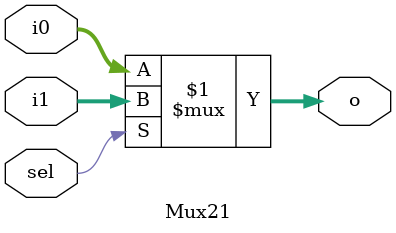
<source format=v>
module Mux21 #(
    parameter ELEN = 32
) (
    input [ELEN-1:0] i0,
    input [ELEN-1:0] i1,
    input sel,
    output [ELEN-1:0] o
);
    assign o = (sel) ? i1 : i0;

endmodule
</source>
